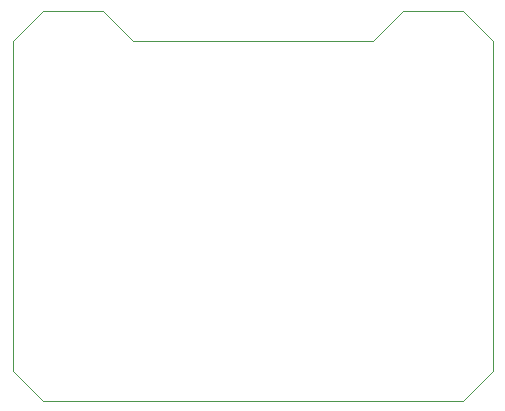
<source format=gbr>
%TF.GenerationSoftware,KiCad,Pcbnew,7.0.8*%
%TF.CreationDate,2024-01-12T13:16:21+01:00*%
%TF.ProjectId,adapter_ESP32,61646170-7465-4725-9f45-535033322e6b,rev?*%
%TF.SameCoordinates,Original*%
%TF.FileFunction,Profile,NP*%
%FSLAX46Y46*%
G04 Gerber Fmt 4.6, Leading zero omitted, Abs format (unit mm)*
G04 Created by KiCad (PCBNEW 7.0.8) date 2024-01-12 13:16:21*
%MOMM*%
%LPD*%
G01*
G04 APERTURE LIST*
%TA.AperFunction,Profile*%
%ADD10C,0.100000*%
%TD*%
G04 APERTURE END LIST*
D10*
X41910000Y-36830000D02*
X44450000Y-39370000D01*
X74930000Y-67310000D02*
X72390000Y-69850000D01*
X74930000Y-39370000D02*
X74930000Y-67310000D01*
X72390000Y-36830000D02*
X74930000Y-39370000D01*
X36830000Y-36830000D02*
X41910000Y-36830000D01*
X44450000Y-39370000D02*
X64770000Y-39370000D01*
X34290000Y-67310000D02*
X34290000Y-39370000D01*
X34290000Y-39370000D02*
X36830000Y-36830000D01*
X72390000Y-69850000D02*
X36830000Y-69850000D01*
X36830000Y-69850000D02*
X34290000Y-67310000D01*
X72390000Y-36830000D02*
X67310000Y-36830000D01*
X64770000Y-39370000D02*
X67310000Y-36830000D01*
M02*

</source>
